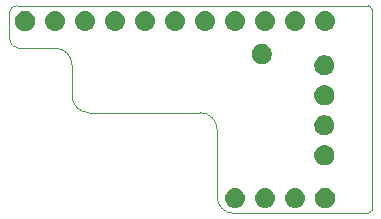
<source format=gbs>
G04 #@! TF.GenerationSoftware,KiCad,Pcbnew,5.0.1*
G04 #@! TF.CreationDate,2019-10-27T19:11:33+01:00*
G04 #@! TF.ProjectId,OtterPill-CAN,4F7474657250696C6C2D43414E2E6B69,rev?*
G04 #@! TF.SameCoordinates,Original*
G04 #@! TF.FileFunction,Soldermask,Bot*
G04 #@! TF.FilePolarity,Negative*
%FSLAX46Y46*%
G04 Gerber Fmt 4.6, Leading zero omitted, Abs format (unit mm)*
G04 Created by KiCad (PCBNEW 5.0.1) date Sun 27 Oct 2019 07:11:33 PM CET*
%MOMM*%
%LPD*%
G01*
G04 APERTURE LIST*
%ADD10C,0.050000*%
%ADD11C,0.100000*%
G04 APERTURE END LIST*
D10*
X63200000Y-37100000D02*
G75*
G02X62900000Y-37400000I-300000J0D01*
G01*
X62900000Y-19800000D02*
G75*
G02X63200000Y-20100000I0J-300000D01*
G01*
X32530000Y-20410000D02*
G75*
G02X33140000Y-19800000I610000J0D01*
G01*
X33320000Y-23405246D02*
X36404426Y-23405246D01*
X32530000Y-22615246D02*
G75*
G03X33320000Y-23405246I790000J0D01*
G01*
X37834459Y-24835279D02*
G75*
G03X36404426Y-23405246I-1430033J0D01*
G01*
X37834459Y-27430000D02*
X37834459Y-24835279D01*
X50115574Y-35969966D02*
G75*
G03X51545608Y-37400000I1430034J0D01*
G01*
X37834459Y-27430000D02*
G75*
G03X39264493Y-28860034I1430034J0D01*
G01*
X48690000Y-28860000D02*
X39260000Y-28860000D01*
X50115574Y-30290034D02*
G75*
G03X48685540Y-28860000I-1430034J0D01*
G01*
X50115574Y-35964754D02*
X50115574Y-30294754D01*
X32530000Y-20410000D02*
X32530000Y-22615246D01*
X62900000Y-19800000D02*
X33140000Y-19800000D01*
X63200000Y-20110000D02*
X63200000Y-37100000D01*
X51540000Y-37400000D02*
X62900000Y-37400000D01*
D11*
G36*
X54346630Y-35262299D02*
X54506855Y-35310903D01*
X54654520Y-35389831D01*
X54783949Y-35496051D01*
X54890169Y-35625480D01*
X54969097Y-35773145D01*
X55017701Y-35933370D01*
X55034112Y-36100000D01*
X55017701Y-36266630D01*
X54969097Y-36426855D01*
X54890169Y-36574520D01*
X54783949Y-36703949D01*
X54654520Y-36810169D01*
X54506855Y-36889097D01*
X54346630Y-36937701D01*
X54221752Y-36950000D01*
X54138248Y-36950000D01*
X54013370Y-36937701D01*
X53853145Y-36889097D01*
X53705480Y-36810169D01*
X53576051Y-36703949D01*
X53469831Y-36574520D01*
X53390903Y-36426855D01*
X53342299Y-36266630D01*
X53325888Y-36100000D01*
X53342299Y-35933370D01*
X53390903Y-35773145D01*
X53469831Y-35625480D01*
X53576051Y-35496051D01*
X53705480Y-35389831D01*
X53853145Y-35310903D01*
X54013370Y-35262299D01*
X54138248Y-35250000D01*
X54221752Y-35250000D01*
X54346630Y-35262299D01*
X54346630Y-35262299D01*
G37*
G36*
X51806630Y-35262299D02*
X51966855Y-35310903D01*
X52114520Y-35389831D01*
X52243949Y-35496051D01*
X52350169Y-35625480D01*
X52429097Y-35773145D01*
X52477701Y-35933370D01*
X52494112Y-36100000D01*
X52477701Y-36266630D01*
X52429097Y-36426855D01*
X52350169Y-36574520D01*
X52243949Y-36703949D01*
X52114520Y-36810169D01*
X51966855Y-36889097D01*
X51806630Y-36937701D01*
X51681752Y-36950000D01*
X51598248Y-36950000D01*
X51473370Y-36937701D01*
X51313145Y-36889097D01*
X51165480Y-36810169D01*
X51036051Y-36703949D01*
X50929831Y-36574520D01*
X50850903Y-36426855D01*
X50802299Y-36266630D01*
X50785888Y-36100000D01*
X50802299Y-35933370D01*
X50850903Y-35773145D01*
X50929831Y-35625480D01*
X51036051Y-35496051D01*
X51165480Y-35389831D01*
X51313145Y-35310903D01*
X51473370Y-35262299D01*
X51598248Y-35250000D01*
X51681752Y-35250000D01*
X51806630Y-35262299D01*
X51806630Y-35262299D01*
G37*
G36*
X59507934Y-35282664D02*
X59662627Y-35346740D01*
X59801847Y-35439764D01*
X59920236Y-35558153D01*
X60013260Y-35697373D01*
X60077336Y-35852066D01*
X60110000Y-36016281D01*
X60110000Y-36183719D01*
X60077336Y-36347934D01*
X60013260Y-36502627D01*
X59920236Y-36641847D01*
X59801847Y-36760236D01*
X59662627Y-36853260D01*
X59507934Y-36917336D01*
X59343719Y-36950000D01*
X59176281Y-36950000D01*
X59012066Y-36917336D01*
X58857373Y-36853260D01*
X58718153Y-36760236D01*
X58599764Y-36641847D01*
X58506740Y-36502627D01*
X58442664Y-36347934D01*
X58410000Y-36183719D01*
X58410000Y-36016281D01*
X58442664Y-35852066D01*
X58506740Y-35697373D01*
X58599764Y-35558153D01*
X58718153Y-35439764D01*
X58857373Y-35346740D01*
X59012066Y-35282664D01*
X59176281Y-35250000D01*
X59343719Y-35250000D01*
X59507934Y-35282664D01*
X59507934Y-35282664D01*
G37*
G36*
X56886630Y-35262299D02*
X57046855Y-35310903D01*
X57194520Y-35389831D01*
X57323949Y-35496051D01*
X57430169Y-35625480D01*
X57509097Y-35773145D01*
X57557701Y-35933370D01*
X57574112Y-36100000D01*
X57557701Y-36266630D01*
X57509097Y-36426855D01*
X57430169Y-36574520D01*
X57323949Y-36703949D01*
X57194520Y-36810169D01*
X57046855Y-36889097D01*
X56886630Y-36937701D01*
X56761752Y-36950000D01*
X56678248Y-36950000D01*
X56553370Y-36937701D01*
X56393145Y-36889097D01*
X56245480Y-36810169D01*
X56116051Y-36703949D01*
X56009831Y-36574520D01*
X55930903Y-36426855D01*
X55882299Y-36266630D01*
X55865888Y-36100000D01*
X55882299Y-35933370D01*
X55930903Y-35773145D01*
X56009831Y-35625480D01*
X56116051Y-35496051D01*
X56245480Y-35389831D01*
X56393145Y-35310903D01*
X56553370Y-35262299D01*
X56678248Y-35250000D01*
X56761752Y-35250000D01*
X56886630Y-35262299D01*
X56886630Y-35262299D01*
G37*
G36*
X59366630Y-31632299D02*
X59526855Y-31680903D01*
X59674520Y-31759831D01*
X59803949Y-31866051D01*
X59910169Y-31995480D01*
X59989097Y-32143145D01*
X60037701Y-32303370D01*
X60054112Y-32470000D01*
X60037701Y-32636630D01*
X59989097Y-32796855D01*
X59910169Y-32944520D01*
X59803949Y-33073949D01*
X59674520Y-33180169D01*
X59526855Y-33259097D01*
X59366630Y-33307701D01*
X59241752Y-33320000D01*
X59158248Y-33320000D01*
X59033370Y-33307701D01*
X58873145Y-33259097D01*
X58725480Y-33180169D01*
X58596051Y-33073949D01*
X58489831Y-32944520D01*
X58410903Y-32796855D01*
X58362299Y-32636630D01*
X58345888Y-32470000D01*
X58362299Y-32303370D01*
X58410903Y-32143145D01*
X58489831Y-31995480D01*
X58596051Y-31866051D01*
X58725480Y-31759831D01*
X58873145Y-31680903D01*
X59033370Y-31632299D01*
X59158248Y-31620000D01*
X59241752Y-31620000D01*
X59366630Y-31632299D01*
X59366630Y-31632299D01*
G37*
G36*
X59447934Y-29112664D02*
X59602627Y-29176740D01*
X59741847Y-29269764D01*
X59860236Y-29388153D01*
X59953260Y-29527373D01*
X60017336Y-29682066D01*
X60050000Y-29846281D01*
X60050000Y-30013719D01*
X60017336Y-30177934D01*
X59953260Y-30332627D01*
X59860236Y-30471847D01*
X59741847Y-30590236D01*
X59602627Y-30683260D01*
X59447934Y-30747336D01*
X59283719Y-30780000D01*
X59116281Y-30780000D01*
X58952066Y-30747336D01*
X58797373Y-30683260D01*
X58658153Y-30590236D01*
X58539764Y-30471847D01*
X58446740Y-30332627D01*
X58382664Y-30177934D01*
X58350000Y-30013719D01*
X58350000Y-29846281D01*
X58382664Y-29682066D01*
X58446740Y-29527373D01*
X58539764Y-29388153D01*
X58658153Y-29269764D01*
X58797373Y-29176740D01*
X58952066Y-29112664D01*
X59116281Y-29080000D01*
X59283719Y-29080000D01*
X59447934Y-29112664D01*
X59447934Y-29112664D01*
G37*
G36*
X59366630Y-26552299D02*
X59526855Y-26600903D01*
X59674520Y-26679831D01*
X59803949Y-26786051D01*
X59910169Y-26915480D01*
X59989097Y-27063145D01*
X60037701Y-27223370D01*
X60054112Y-27390000D01*
X60037701Y-27556630D01*
X59989097Y-27716855D01*
X59910169Y-27864520D01*
X59803949Y-27993949D01*
X59674520Y-28100169D01*
X59526855Y-28179097D01*
X59366630Y-28227701D01*
X59241752Y-28240000D01*
X59158248Y-28240000D01*
X59033370Y-28227701D01*
X58873145Y-28179097D01*
X58725480Y-28100169D01*
X58596051Y-27993949D01*
X58489831Y-27864520D01*
X58410903Y-27716855D01*
X58362299Y-27556630D01*
X58345888Y-27390000D01*
X58362299Y-27223370D01*
X58410903Y-27063145D01*
X58489831Y-26915480D01*
X58596051Y-26786051D01*
X58725480Y-26679831D01*
X58873145Y-26600903D01*
X59033370Y-26552299D01*
X59158248Y-26540000D01*
X59241752Y-26540000D01*
X59366630Y-26552299D01*
X59366630Y-26552299D01*
G37*
G36*
X59447934Y-24032664D02*
X59602627Y-24096740D01*
X59741847Y-24189764D01*
X59860236Y-24308153D01*
X59953260Y-24447373D01*
X60017336Y-24602066D01*
X60050000Y-24766281D01*
X60050000Y-24933719D01*
X60017336Y-25097934D01*
X59953260Y-25252627D01*
X59860236Y-25391847D01*
X59741847Y-25510236D01*
X59602627Y-25603260D01*
X59447934Y-25667336D01*
X59283719Y-25700000D01*
X59116281Y-25700000D01*
X58952066Y-25667336D01*
X58797373Y-25603260D01*
X58658153Y-25510236D01*
X58539764Y-25391847D01*
X58446740Y-25252627D01*
X58382664Y-25097934D01*
X58350000Y-24933719D01*
X58350000Y-24766281D01*
X58382664Y-24602066D01*
X58446740Y-24447373D01*
X58539764Y-24308153D01*
X58658153Y-24189764D01*
X58797373Y-24096740D01*
X58952066Y-24032664D01*
X59116281Y-24000000D01*
X59283719Y-24000000D01*
X59447934Y-24032664D01*
X59447934Y-24032664D01*
G37*
G36*
X54147934Y-23082664D02*
X54302627Y-23146740D01*
X54441847Y-23239764D01*
X54560236Y-23358153D01*
X54653260Y-23497373D01*
X54717336Y-23652066D01*
X54750000Y-23816281D01*
X54750000Y-23983719D01*
X54717336Y-24147934D01*
X54653260Y-24302627D01*
X54560236Y-24441847D01*
X54441847Y-24560236D01*
X54302627Y-24653260D01*
X54147934Y-24717336D01*
X53983719Y-24750000D01*
X53816281Y-24750000D01*
X53652066Y-24717336D01*
X53497373Y-24653260D01*
X53358153Y-24560236D01*
X53239764Y-24441847D01*
X53146740Y-24302627D01*
X53082664Y-24147934D01*
X53050000Y-23983719D01*
X53050000Y-23816281D01*
X53082664Y-23652066D01*
X53146740Y-23497373D01*
X53239764Y-23358153D01*
X53358153Y-23239764D01*
X53497373Y-23146740D01*
X53652066Y-23082664D01*
X53816281Y-23050000D01*
X53983719Y-23050000D01*
X54147934Y-23082664D01*
X54147934Y-23082664D01*
G37*
G36*
X34107934Y-20282664D02*
X34262627Y-20346740D01*
X34401847Y-20439764D01*
X34520236Y-20558153D01*
X34613260Y-20697373D01*
X34677336Y-20852066D01*
X34710000Y-21016281D01*
X34710000Y-21183719D01*
X34677336Y-21347934D01*
X34613260Y-21502627D01*
X34520236Y-21641847D01*
X34401847Y-21760236D01*
X34262627Y-21853260D01*
X34107934Y-21917336D01*
X33943719Y-21950000D01*
X33776281Y-21950000D01*
X33612066Y-21917336D01*
X33457373Y-21853260D01*
X33318153Y-21760236D01*
X33199764Y-21641847D01*
X33106740Y-21502627D01*
X33042664Y-21347934D01*
X33010000Y-21183719D01*
X33010000Y-21016281D01*
X33042664Y-20852066D01*
X33106740Y-20697373D01*
X33199764Y-20558153D01*
X33318153Y-20439764D01*
X33457373Y-20346740D01*
X33612066Y-20282664D01*
X33776281Y-20250000D01*
X33943719Y-20250000D01*
X34107934Y-20282664D01*
X34107934Y-20282664D01*
G37*
G36*
X36566630Y-20262299D02*
X36726855Y-20310903D01*
X36874520Y-20389831D01*
X37003949Y-20496051D01*
X37110169Y-20625480D01*
X37189097Y-20773145D01*
X37237701Y-20933370D01*
X37254112Y-21100000D01*
X37237701Y-21266630D01*
X37189097Y-21426855D01*
X37110169Y-21574520D01*
X37003949Y-21703949D01*
X36874520Y-21810169D01*
X36726855Y-21889097D01*
X36566630Y-21937701D01*
X36441752Y-21950000D01*
X36358248Y-21950000D01*
X36233370Y-21937701D01*
X36073145Y-21889097D01*
X35925480Y-21810169D01*
X35796051Y-21703949D01*
X35689831Y-21574520D01*
X35610903Y-21426855D01*
X35562299Y-21266630D01*
X35545888Y-21100000D01*
X35562299Y-20933370D01*
X35610903Y-20773145D01*
X35689831Y-20625480D01*
X35796051Y-20496051D01*
X35925480Y-20389831D01*
X36073145Y-20310903D01*
X36233370Y-20262299D01*
X36358248Y-20250000D01*
X36441752Y-20250000D01*
X36566630Y-20262299D01*
X36566630Y-20262299D01*
G37*
G36*
X41646630Y-20262299D02*
X41806855Y-20310903D01*
X41954520Y-20389831D01*
X42083949Y-20496051D01*
X42190169Y-20625480D01*
X42269097Y-20773145D01*
X42317701Y-20933370D01*
X42334112Y-21100000D01*
X42317701Y-21266630D01*
X42269097Y-21426855D01*
X42190169Y-21574520D01*
X42083949Y-21703949D01*
X41954520Y-21810169D01*
X41806855Y-21889097D01*
X41646630Y-21937701D01*
X41521752Y-21950000D01*
X41438248Y-21950000D01*
X41313370Y-21937701D01*
X41153145Y-21889097D01*
X41005480Y-21810169D01*
X40876051Y-21703949D01*
X40769831Y-21574520D01*
X40690903Y-21426855D01*
X40642299Y-21266630D01*
X40625888Y-21100000D01*
X40642299Y-20933370D01*
X40690903Y-20773145D01*
X40769831Y-20625480D01*
X40876051Y-20496051D01*
X41005480Y-20389831D01*
X41153145Y-20310903D01*
X41313370Y-20262299D01*
X41438248Y-20250000D01*
X41521752Y-20250000D01*
X41646630Y-20262299D01*
X41646630Y-20262299D01*
G37*
G36*
X44186630Y-20262299D02*
X44346855Y-20310903D01*
X44494520Y-20389831D01*
X44623949Y-20496051D01*
X44730169Y-20625480D01*
X44809097Y-20773145D01*
X44857701Y-20933370D01*
X44874112Y-21100000D01*
X44857701Y-21266630D01*
X44809097Y-21426855D01*
X44730169Y-21574520D01*
X44623949Y-21703949D01*
X44494520Y-21810169D01*
X44346855Y-21889097D01*
X44186630Y-21937701D01*
X44061752Y-21950000D01*
X43978248Y-21950000D01*
X43853370Y-21937701D01*
X43693145Y-21889097D01*
X43545480Y-21810169D01*
X43416051Y-21703949D01*
X43309831Y-21574520D01*
X43230903Y-21426855D01*
X43182299Y-21266630D01*
X43165888Y-21100000D01*
X43182299Y-20933370D01*
X43230903Y-20773145D01*
X43309831Y-20625480D01*
X43416051Y-20496051D01*
X43545480Y-20389831D01*
X43693145Y-20310903D01*
X43853370Y-20262299D01*
X43978248Y-20250000D01*
X44061752Y-20250000D01*
X44186630Y-20262299D01*
X44186630Y-20262299D01*
G37*
G36*
X46726630Y-20262299D02*
X46886855Y-20310903D01*
X47034520Y-20389831D01*
X47163949Y-20496051D01*
X47270169Y-20625480D01*
X47349097Y-20773145D01*
X47397701Y-20933370D01*
X47414112Y-21100000D01*
X47397701Y-21266630D01*
X47349097Y-21426855D01*
X47270169Y-21574520D01*
X47163949Y-21703949D01*
X47034520Y-21810169D01*
X46886855Y-21889097D01*
X46726630Y-21937701D01*
X46601752Y-21950000D01*
X46518248Y-21950000D01*
X46393370Y-21937701D01*
X46233145Y-21889097D01*
X46085480Y-21810169D01*
X45956051Y-21703949D01*
X45849831Y-21574520D01*
X45770903Y-21426855D01*
X45722299Y-21266630D01*
X45705888Y-21100000D01*
X45722299Y-20933370D01*
X45770903Y-20773145D01*
X45849831Y-20625480D01*
X45956051Y-20496051D01*
X46085480Y-20389831D01*
X46233145Y-20310903D01*
X46393370Y-20262299D01*
X46518248Y-20250000D01*
X46601752Y-20250000D01*
X46726630Y-20262299D01*
X46726630Y-20262299D01*
G37*
G36*
X49266630Y-20262299D02*
X49426855Y-20310903D01*
X49574520Y-20389831D01*
X49703949Y-20496051D01*
X49810169Y-20625480D01*
X49889097Y-20773145D01*
X49937701Y-20933370D01*
X49954112Y-21100000D01*
X49937701Y-21266630D01*
X49889097Y-21426855D01*
X49810169Y-21574520D01*
X49703949Y-21703949D01*
X49574520Y-21810169D01*
X49426855Y-21889097D01*
X49266630Y-21937701D01*
X49141752Y-21950000D01*
X49058248Y-21950000D01*
X48933370Y-21937701D01*
X48773145Y-21889097D01*
X48625480Y-21810169D01*
X48496051Y-21703949D01*
X48389831Y-21574520D01*
X48310903Y-21426855D01*
X48262299Y-21266630D01*
X48245888Y-21100000D01*
X48262299Y-20933370D01*
X48310903Y-20773145D01*
X48389831Y-20625480D01*
X48496051Y-20496051D01*
X48625480Y-20389831D01*
X48773145Y-20310903D01*
X48933370Y-20262299D01*
X49058248Y-20250000D01*
X49141752Y-20250000D01*
X49266630Y-20262299D01*
X49266630Y-20262299D01*
G37*
G36*
X51806630Y-20262299D02*
X51966855Y-20310903D01*
X52114520Y-20389831D01*
X52243949Y-20496051D01*
X52350169Y-20625480D01*
X52429097Y-20773145D01*
X52477701Y-20933370D01*
X52494112Y-21100000D01*
X52477701Y-21266630D01*
X52429097Y-21426855D01*
X52350169Y-21574520D01*
X52243949Y-21703949D01*
X52114520Y-21810169D01*
X51966855Y-21889097D01*
X51806630Y-21937701D01*
X51681752Y-21950000D01*
X51598248Y-21950000D01*
X51473370Y-21937701D01*
X51313145Y-21889097D01*
X51165480Y-21810169D01*
X51036051Y-21703949D01*
X50929831Y-21574520D01*
X50850903Y-21426855D01*
X50802299Y-21266630D01*
X50785888Y-21100000D01*
X50802299Y-20933370D01*
X50850903Y-20773145D01*
X50929831Y-20625480D01*
X51036051Y-20496051D01*
X51165480Y-20389831D01*
X51313145Y-20310903D01*
X51473370Y-20262299D01*
X51598248Y-20250000D01*
X51681752Y-20250000D01*
X51806630Y-20262299D01*
X51806630Y-20262299D01*
G37*
G36*
X54346630Y-20262299D02*
X54506855Y-20310903D01*
X54654520Y-20389831D01*
X54783949Y-20496051D01*
X54890169Y-20625480D01*
X54969097Y-20773145D01*
X55017701Y-20933370D01*
X55034112Y-21100000D01*
X55017701Y-21266630D01*
X54969097Y-21426855D01*
X54890169Y-21574520D01*
X54783949Y-21703949D01*
X54654520Y-21810169D01*
X54506855Y-21889097D01*
X54346630Y-21937701D01*
X54221752Y-21950000D01*
X54138248Y-21950000D01*
X54013370Y-21937701D01*
X53853145Y-21889097D01*
X53705480Y-21810169D01*
X53576051Y-21703949D01*
X53469831Y-21574520D01*
X53390903Y-21426855D01*
X53342299Y-21266630D01*
X53325888Y-21100000D01*
X53342299Y-20933370D01*
X53390903Y-20773145D01*
X53469831Y-20625480D01*
X53576051Y-20496051D01*
X53705480Y-20389831D01*
X53853145Y-20310903D01*
X54013370Y-20262299D01*
X54138248Y-20250000D01*
X54221752Y-20250000D01*
X54346630Y-20262299D01*
X54346630Y-20262299D01*
G37*
G36*
X56886630Y-20262299D02*
X57046855Y-20310903D01*
X57194520Y-20389831D01*
X57323949Y-20496051D01*
X57430169Y-20625480D01*
X57509097Y-20773145D01*
X57557701Y-20933370D01*
X57574112Y-21100000D01*
X57557701Y-21266630D01*
X57509097Y-21426855D01*
X57430169Y-21574520D01*
X57323949Y-21703949D01*
X57194520Y-21810169D01*
X57046855Y-21889097D01*
X56886630Y-21937701D01*
X56761752Y-21950000D01*
X56678248Y-21950000D01*
X56553370Y-21937701D01*
X56393145Y-21889097D01*
X56245480Y-21810169D01*
X56116051Y-21703949D01*
X56009831Y-21574520D01*
X55930903Y-21426855D01*
X55882299Y-21266630D01*
X55865888Y-21100000D01*
X55882299Y-20933370D01*
X55930903Y-20773145D01*
X56009831Y-20625480D01*
X56116051Y-20496051D01*
X56245480Y-20389831D01*
X56393145Y-20310903D01*
X56553370Y-20262299D01*
X56678248Y-20250000D01*
X56761752Y-20250000D01*
X56886630Y-20262299D01*
X56886630Y-20262299D01*
G37*
G36*
X59426630Y-20262299D02*
X59586855Y-20310903D01*
X59734520Y-20389831D01*
X59863949Y-20496051D01*
X59970169Y-20625480D01*
X60049097Y-20773145D01*
X60097701Y-20933370D01*
X60114112Y-21100000D01*
X60097701Y-21266630D01*
X60049097Y-21426855D01*
X59970169Y-21574520D01*
X59863949Y-21703949D01*
X59734520Y-21810169D01*
X59586855Y-21889097D01*
X59426630Y-21937701D01*
X59301752Y-21950000D01*
X59218248Y-21950000D01*
X59093370Y-21937701D01*
X58933145Y-21889097D01*
X58785480Y-21810169D01*
X58656051Y-21703949D01*
X58549831Y-21574520D01*
X58470903Y-21426855D01*
X58422299Y-21266630D01*
X58405888Y-21100000D01*
X58422299Y-20933370D01*
X58470903Y-20773145D01*
X58549831Y-20625480D01*
X58656051Y-20496051D01*
X58785480Y-20389831D01*
X58933145Y-20310903D01*
X59093370Y-20262299D01*
X59218248Y-20250000D01*
X59301752Y-20250000D01*
X59426630Y-20262299D01*
X59426630Y-20262299D01*
G37*
G36*
X39106630Y-20262299D02*
X39266855Y-20310903D01*
X39414520Y-20389831D01*
X39543949Y-20496051D01*
X39650169Y-20625480D01*
X39729097Y-20773145D01*
X39777701Y-20933370D01*
X39794112Y-21100000D01*
X39777701Y-21266630D01*
X39729097Y-21426855D01*
X39650169Y-21574520D01*
X39543949Y-21703949D01*
X39414520Y-21810169D01*
X39266855Y-21889097D01*
X39106630Y-21937701D01*
X38981752Y-21950000D01*
X38898248Y-21950000D01*
X38773370Y-21937701D01*
X38613145Y-21889097D01*
X38465480Y-21810169D01*
X38336051Y-21703949D01*
X38229831Y-21574520D01*
X38150903Y-21426855D01*
X38102299Y-21266630D01*
X38085888Y-21100000D01*
X38102299Y-20933370D01*
X38150903Y-20773145D01*
X38229831Y-20625480D01*
X38336051Y-20496051D01*
X38465480Y-20389831D01*
X38613145Y-20310903D01*
X38773370Y-20262299D01*
X38898248Y-20250000D01*
X38981752Y-20250000D01*
X39106630Y-20262299D01*
X39106630Y-20262299D01*
G37*
M02*

</source>
